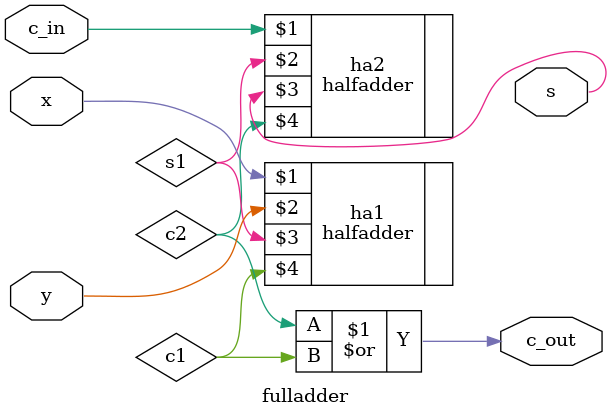
<source format=v>
`timescale 1ns / 1ps

module fulladder(
input x,y,c_in,
output s,c_out
);

wire s1,c1,c2;

halfadder ha1(x,y,s1,c1);
halfadder ha2(c_in,s1,s,c2);
assign c_out=c2|c1;

endmodule

</source>
